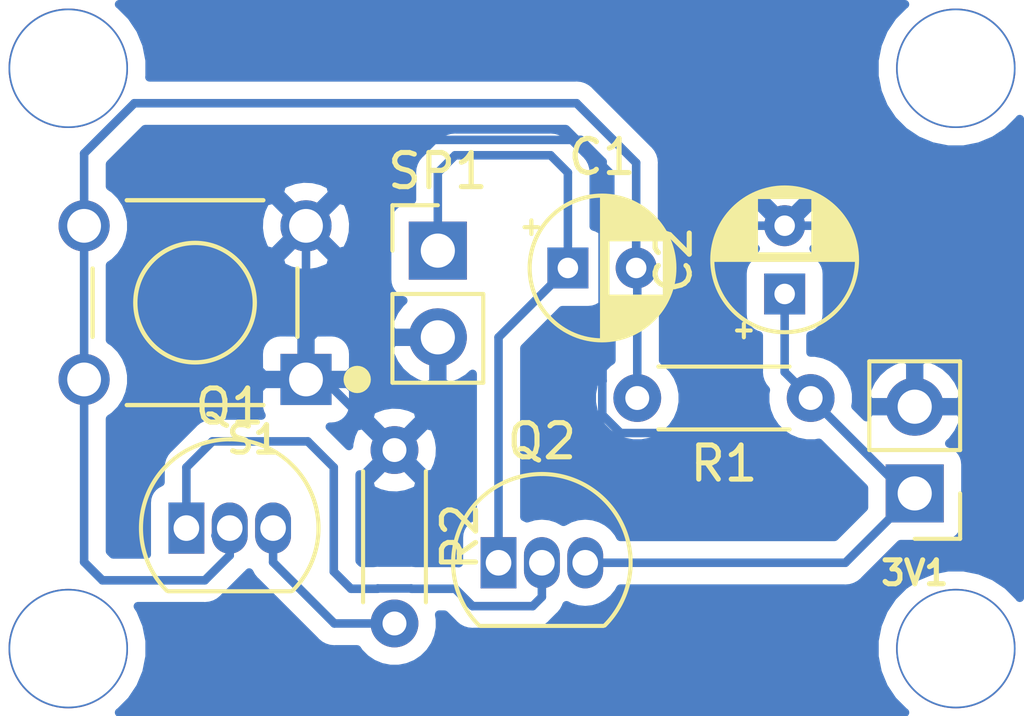
<source format=kicad_pcb>
(kicad_pcb (version 20171130) (host pcbnew "(5.1.12)-1")

  (general
    (thickness 1.6)
    (drawings 4)
    (tracks 73)
    (zones 0)
    (modules 9)
    (nets 7)
  )

  (page A4)
  (layers
    (0 F.Cu signal)
    (31 B.Cu signal)
    (32 B.Adhes user hide)
    (33 F.Adhes user hide)
    (34 B.Paste user hide)
    (35 F.Paste user hide)
    (36 B.SilkS user hide)
    (37 F.SilkS user)
    (38 B.Mask user)
    (39 F.Mask user hide)
    (40 Dwgs.User user hide)
    (41 Cmts.User user hide)
    (42 Eco1.User user hide)
    (43 Eco2.User user hide)
    (44 Edge.Cuts user hide)
    (45 Margin user hide)
    (46 B.CrtYd user hide)
    (47 F.CrtYd user hide)
    (48 B.Fab user)
    (49 F.Fab user)
  )

  (setup
    (last_trace_width 0.25)
    (trace_clearance 0.2)
    (zone_clearance 0.508)
    (zone_45_only no)
    (trace_min 0.2)
    (via_size 0.8)
    (via_drill 0.4)
    (via_min_size 0.4)
    (via_min_drill 0.3)
    (uvia_size 0.3)
    (uvia_drill 0.1)
    (uvias_allowed no)
    (uvia_min_size 0.2)
    (uvia_min_drill 0.1)
    (edge_width 0.05)
    (segment_width 0.2)
    (pcb_text_width 0.3)
    (pcb_text_size 1.5 1.5)
    (mod_edge_width 0.12)
    (mod_text_size 1 1)
    (mod_text_width 0.15)
    (pad_size 1.524 1.524)
    (pad_drill 0.762)
    (pad_to_mask_clearance 0)
    (aux_axis_origin 0 0)
    (visible_elements 7FFFFFFF)
    (pcbplotparams
      (layerselection 0x010fc_ffffffff)
      (usegerberextensions false)
      (usegerberattributes true)
      (usegerberadvancedattributes true)
      (creategerberjobfile true)
      (excludeedgelayer true)
      (linewidth 0.100000)
      (plotframeref false)
      (viasonmask false)
      (mode 1)
      (useauxorigin false)
      (hpglpennumber 1)
      (hpglpenspeed 20)
      (hpglpendiameter 15.000000)
      (psnegative false)
      (psa4output false)
      (plotreference true)
      (plotvalue true)
      (plotinvisibletext false)
      (padsonsilk false)
      (subtractmaskfromsilk false)
      (outputformat 1)
      (mirror false)
      (drillshape 0)
      (scaleselection 1)
      (outputdirectory "gerber/"))
  )

  (net 0 "")
  (net 1 Earth)
  (net 2 "Net-(3V1-Pad1)")
  (net 3 "Net-(C1-Pad2)")
  (net 4 "Net-(C1-Pad1)")
  (net 5 "Net-(Q1-Pad1)")
  (net 6 "Net-(Q1-Pad3)")

  (net_class Default "This is the default net class."
    (clearance 0.2)
    (trace_width 0.25)
    (via_dia 0.8)
    (via_drill 0.4)
    (uvia_dia 0.3)
    (uvia_drill 0.1)
    (add_net Earth)
    (add_net "Net-(3V1-Pad1)")
    (add_net "Net-(C1-Pad1)")
    (add_net "Net-(C1-Pad2)")
    (add_net "Net-(Q1-Pad1)")
    (add_net "Net-(Q1-Pad3)")
  )

  (module Connector_PinHeader_2.54mm:PinHeader_1x02_P2.54mm_Vertical (layer F.Cu) (tedit 59FED5CC) (tstamp 64DF83A8)
    (at 131.826 69.342)
    (descr "Through hole straight pin header, 1x02, 2.54mm pitch, single row")
    (tags "Through hole pin header THT 1x02 2.54mm single row")
    (path /64E02978)
    (fp_text reference SP1 (at 0 -2.33) (layer F.SilkS)
      (effects (font (size 1 1) (thickness 0.15)))
    )
    (fp_text value "100 ohm" (at 0.762 4.318) (layer F.Fab)
      (effects (font (size 1 1) (thickness 0.15)))
    )
    (fp_line (start -0.635 -1.27) (end 1.27 -1.27) (layer F.Fab) (width 0.1))
    (fp_line (start 1.27 -1.27) (end 1.27 3.81) (layer F.Fab) (width 0.1))
    (fp_line (start 1.27 3.81) (end -1.27 3.81) (layer F.Fab) (width 0.1))
    (fp_line (start -1.27 3.81) (end -1.27 -0.635) (layer F.Fab) (width 0.1))
    (fp_line (start -1.27 -0.635) (end -0.635 -1.27) (layer F.Fab) (width 0.1))
    (fp_line (start -1.33 3.87) (end 1.33 3.87) (layer F.SilkS) (width 0.12))
    (fp_line (start -1.33 1.27) (end -1.33 3.87) (layer F.SilkS) (width 0.12))
    (fp_line (start 1.33 1.27) (end 1.33 3.87) (layer F.SilkS) (width 0.12))
    (fp_line (start -1.33 1.27) (end 1.33 1.27) (layer F.SilkS) (width 0.12))
    (fp_line (start -1.33 0) (end -1.33 -1.33) (layer F.SilkS) (width 0.12))
    (fp_line (start -1.33 -1.33) (end 0 -1.33) (layer F.SilkS) (width 0.12))
    (fp_line (start -1.8 -1.8) (end -1.8 4.35) (layer F.CrtYd) (width 0.05))
    (fp_line (start -1.8 4.35) (end 1.8 4.35) (layer F.CrtYd) (width 0.05))
    (fp_line (start 1.8 4.35) (end 1.8 -1.8) (layer F.CrtYd) (width 0.05))
    (fp_line (start 1.8 -1.8) (end -1.8 -1.8) (layer F.CrtYd) (width 0.05))
    (fp_text user %R (at 0 1.27 90) (layer F.Fab)
      (effects (font (size 1 1) (thickness 0.15)))
    )
    (pad 2 thru_hole oval (at 0 2.54) (size 1.7 1.7) (drill 1) (layers *.Cu *.Mask)
      (net 1 Earth))
    (pad 1 thru_hole rect (at 0 0) (size 1.7 1.7) (drill 1) (layers *.Cu *.Mask)
      (net 4 "Net-(C1-Pad1)"))
    (model ${KISYS3DMOD}/Connector_PinHeader_2.54mm.3dshapes/PinHeader_1x02_P2.54mm_Vertical.wrl
      (at (xyz 0 0 0))
      (scale (xyz 1 1 1))
      (rotate (xyz 0 0 0))
    )
  )

  (module FSM8JH:SW_FSM8JH (layer F.Cu) (tedit 64DF0F7E) (tstamp 64DF8392)
    (at 124.714 70.866 180)
    (path /64DF1663)
    (fp_text reference S1 (at -1.71258 -4.01401) (layer F.SilkS)
      (effects (font (size 0.801197 0.801197) (thickness 0.15)))
    )
    (fp_text value FSM8JH (at 0.50808 3.9377) (layer F.Fab)
      (effects (font (size 0.800142 0.800142) (thickness 0.15)))
    )
    (fp_line (start -2.995 -2.995) (end -2.995 2.995) (layer F.Fab) (width 0.127))
    (fp_line (start -2.995 2.995) (end 2.995 2.995) (layer F.Fab) (width 0.127))
    (fp_line (start 2.995 2.995) (end 2.995 -2.995) (layer F.Fab) (width 0.127))
    (fp_line (start 2.995 -2.995) (end -2.995 -2.995) (layer F.Fab) (width 0.127))
    (fp_circle (center 0 0) (end 1.75 0) (layer F.Fab) (width 0.127))
    (fp_line (start -3 -1) (end -3 1) (layer F.SilkS) (width 0.127))
    (fp_line (start 3 -1) (end 3 1) (layer F.SilkS) (width 0.127))
    (fp_line (start -2 -3) (end 2 -3) (layer F.SilkS) (width 0.127))
    (fp_line (start -2 3) (end 2 3) (layer F.SilkS) (width 0.127))
    (fp_circle (center 0 0) (end 1.75 0) (layer F.SilkS) (width 0.127))
    (fp_line (start -4.25 -3.25) (end 4.25 -3.25) (layer F.CrtYd) (width 0.05))
    (fp_line (start 4.25 -3.25) (end 4.25 3.245) (layer F.CrtYd) (width 0.05))
    (fp_line (start 4.25 3.245) (end -4.25 3.245) (layer F.CrtYd) (width 0.05))
    (fp_line (start -4.25 3.245) (end -4.25 -3.25) (layer F.CrtYd) (width 0.05))
    (fp_circle (center -4.75 -2.25) (end -4.55 -2.25) (layer F.SilkS) (width 0.4))
    (fp_circle (center -3.25 -2.25) (end -3.05 -2.25) (layer F.Fab) (width 0.4))
    (pad 4 thru_hole circle (at 3.25 2.25 180) (size 1.498 1.498) (drill 0.99) (layers *.Cu *.Mask)
      (net 3 "Net-(C1-Pad2)"))
    (pad 2 thru_hole circle (at -3.25 2.25 180) (size 1.498 1.498) (drill 0.99) (layers *.Cu *.Mask)
      (net 1 Earth))
    (pad 3 thru_hole circle (at 3.25 -2.25 180) (size 1.498 1.498) (drill 0.99) (layers *.Cu *.Mask)
      (net 3 "Net-(C1-Pad2)"))
    (pad 1 thru_hole rect (at -3.25 -2.25 180) (size 1.498 1.498) (drill 0.99) (layers *.Cu *.Mask)
      (net 1 Earth))
  )

  (module Resistor_THT:R_Axial_DIN0204_L3.6mm_D1.6mm_P5.08mm_Horizontal (layer F.Cu) (tedit 5AE5139B) (tstamp 64DF837A)
    (at 130.556 75.184 270)
    (descr "Resistor, Axial_DIN0204 series, Axial, Horizontal, pin pitch=5.08mm, 0.167W, length*diameter=3.6*1.6mm^2, http://cdn-reichelt.de/documents/datenblatt/B400/1_4W%23YAG.pdf")
    (tags "Resistor Axial_DIN0204 series Axial Horizontal pin pitch 5.08mm 0.167W length 3.6mm diameter 1.6mm")
    (path /64DFA7A2)
    (fp_text reference R2 (at 2.54 -1.92 90) (layer F.SilkS)
      (effects (font (size 1 1) (thickness 0.15)))
    )
    (fp_text value "100 ohm" (at 2.54 1.92 90) (layer F.Fab)
      (effects (font (size 1 1) (thickness 0.15)))
    )
    (fp_line (start 0.74 -0.8) (end 0.74 0.8) (layer F.Fab) (width 0.1))
    (fp_line (start 0.74 0.8) (end 4.34 0.8) (layer F.Fab) (width 0.1))
    (fp_line (start 4.34 0.8) (end 4.34 -0.8) (layer F.Fab) (width 0.1))
    (fp_line (start 4.34 -0.8) (end 0.74 -0.8) (layer F.Fab) (width 0.1))
    (fp_line (start 0 0) (end 0.74 0) (layer F.Fab) (width 0.1))
    (fp_line (start 5.08 0) (end 4.34 0) (layer F.Fab) (width 0.1))
    (fp_line (start 0.62 -0.92) (end 4.46 -0.92) (layer F.SilkS) (width 0.12))
    (fp_line (start 0.62 0.92) (end 4.46 0.92) (layer F.SilkS) (width 0.12))
    (fp_line (start -0.95 -1.05) (end -0.95 1.05) (layer F.CrtYd) (width 0.05))
    (fp_line (start -0.95 1.05) (end 6.03 1.05) (layer F.CrtYd) (width 0.05))
    (fp_line (start 6.03 1.05) (end 6.03 -1.05) (layer F.CrtYd) (width 0.05))
    (fp_line (start 6.03 -1.05) (end -0.95 -1.05) (layer F.CrtYd) (width 0.05))
    (fp_text user %R (at 2.54 0 90) (layer F.Fab)
      (effects (font (size 0.72 0.72) (thickness 0.108)))
    )
    (pad 2 thru_hole oval (at 5.08 0 270) (size 1.4 1.4) (drill 0.7) (layers *.Cu *.Mask)
      (net 6 "Net-(Q1-Pad3)"))
    (pad 1 thru_hole circle (at 0 0 270) (size 1.4 1.4) (drill 0.7) (layers *.Cu *.Mask)
      (net 1 Earth))
    (model ${KISYS3DMOD}/Resistor_THT.3dshapes/R_Axial_DIN0204_L3.6mm_D1.6mm_P5.08mm_Horizontal.wrl
      (at (xyz 0 0 0))
      (scale (xyz 1 1 1))
      (rotate (xyz 0 0 0))
    )
  )

  (module Resistor_THT:R_Axial_DIN0204_L3.6mm_D1.6mm_P5.08mm_Horizontal (layer F.Cu) (tedit 5AE5139B) (tstamp 64DF8367)
    (at 142.748 73.66 180)
    (descr "Resistor, Axial_DIN0204 series, Axial, Horizontal, pin pitch=5.08mm, 0.167W, length*diameter=3.6*1.6mm^2, http://cdn-reichelt.de/documents/datenblatt/B400/1_4W%23YAG.pdf")
    (tags "Resistor Axial_DIN0204 series Axial Horizontal pin pitch 5.08mm 0.167W length 3.6mm diameter 1.6mm")
    (path /64DFC396)
    (fp_text reference R1 (at 2.54 -1.92) (layer F.SilkS)
      (effects (font (size 1 1) (thickness 0.15)))
    )
    (fp_text value 330k (at 2.54 1.92) (layer F.Fab)
      (effects (font (size 1 1) (thickness 0.15)))
    )
    (fp_line (start 0.74 -0.8) (end 0.74 0.8) (layer F.Fab) (width 0.1))
    (fp_line (start 0.74 0.8) (end 4.34 0.8) (layer F.Fab) (width 0.1))
    (fp_line (start 4.34 0.8) (end 4.34 -0.8) (layer F.Fab) (width 0.1))
    (fp_line (start 4.34 -0.8) (end 0.74 -0.8) (layer F.Fab) (width 0.1))
    (fp_line (start 0 0) (end 0.74 0) (layer F.Fab) (width 0.1))
    (fp_line (start 5.08 0) (end 4.34 0) (layer F.Fab) (width 0.1))
    (fp_line (start 0.62 -0.92) (end 4.46 -0.92) (layer F.SilkS) (width 0.12))
    (fp_line (start 0.62 0.92) (end 4.46 0.92) (layer F.SilkS) (width 0.12))
    (fp_line (start -0.95 -1.05) (end -0.95 1.05) (layer F.CrtYd) (width 0.05))
    (fp_line (start -0.95 1.05) (end 6.03 1.05) (layer F.CrtYd) (width 0.05))
    (fp_line (start 6.03 1.05) (end 6.03 -1.05) (layer F.CrtYd) (width 0.05))
    (fp_line (start 6.03 -1.05) (end -0.95 -1.05) (layer F.CrtYd) (width 0.05))
    (fp_text user %R (at 2.54 0) (layer F.Fab)
      (effects (font (size 0.72 0.72) (thickness 0.108)))
    )
    (pad 2 thru_hole oval (at 5.08 0 180) (size 1.4 1.4) (drill 0.7) (layers *.Cu *.Mask)
      (net 3 "Net-(C1-Pad2)"))
    (pad 1 thru_hole circle (at 0 0 180) (size 1.4 1.4) (drill 0.7) (layers *.Cu *.Mask)
      (net 2 "Net-(3V1-Pad1)"))
    (model ${KISYS3DMOD}/Resistor_THT.3dshapes/R_Axial_DIN0204_L3.6mm_D1.6mm_P5.08mm_Horizontal.wrl
      (at (xyz 0 0 0))
      (scale (xyz 1 1 1))
      (rotate (xyz 0 0 0))
    )
  )

  (module Package_TO_SOT_THT:TO-92_Inline (layer F.Cu) (tedit 5A1DD157) (tstamp 64DF8354)
    (at 133.604 78.486)
    (descr "TO-92 leads in-line, narrow, oval pads, drill 0.75mm (see NXP sot054_po.pdf)")
    (tags "to-92 sc-43 sc-43a sot54 PA33 transistor")
    (path /64DFD1CD)
    (fp_text reference Q2 (at 1.27 -3.56) (layer F.SilkS)
      (effects (font (size 1 1) (thickness 0.15)))
    )
    (fp_text value BC327 (at 1.27 2.79) (layer F.Fab)
      (effects (font (size 1 1) (thickness 0.15)))
    )
    (fp_line (start -0.53 1.85) (end 3.07 1.85) (layer F.SilkS) (width 0.12))
    (fp_line (start -0.5 1.75) (end 3 1.75) (layer F.Fab) (width 0.1))
    (fp_line (start -1.46 -2.73) (end 4 -2.73) (layer F.CrtYd) (width 0.05))
    (fp_line (start -1.46 -2.73) (end -1.46 2.01) (layer F.CrtYd) (width 0.05))
    (fp_line (start 4 2.01) (end 4 -2.73) (layer F.CrtYd) (width 0.05))
    (fp_line (start 4 2.01) (end -1.46 2.01) (layer F.CrtYd) (width 0.05))
    (fp_arc (start 1.27 0) (end 1.27 -2.6) (angle 135) (layer F.SilkS) (width 0.12))
    (fp_arc (start 1.27 0) (end 1.27 -2.48) (angle -135) (layer F.Fab) (width 0.1))
    (fp_arc (start 1.27 0) (end 1.27 -2.6) (angle -135) (layer F.SilkS) (width 0.12))
    (fp_arc (start 1.27 0) (end 1.27 -2.48) (angle 135) (layer F.Fab) (width 0.1))
    (fp_text user %R (at 1.27 0) (layer F.Fab)
      (effects (font (size 1 1) (thickness 0.15)))
    )
    (pad 1 thru_hole rect (at 0 0) (size 1.05 1.5) (drill 0.75) (layers *.Cu *.Mask)
      (net 4 "Net-(C1-Pad1)"))
    (pad 3 thru_hole oval (at 2.54 0) (size 1.05 1.5) (drill 0.75) (layers *.Cu *.Mask)
      (net 2 "Net-(3V1-Pad1)"))
    (pad 2 thru_hole oval (at 1.27 0) (size 1.05 1.5) (drill 0.75) (layers *.Cu *.Mask)
      (net 5 "Net-(Q1-Pad1)"))
    (model ${KISYS3DMOD}/Package_TO_SOT_THT.3dshapes/TO-92_Inline.wrl
      (at (xyz 0 0 0))
      (scale (xyz 1 1 1))
      (rotate (xyz 0 0 0))
    )
  )

  (module Package_TO_SOT_THT:TO-92_Inline (layer F.Cu) (tedit 5A1DD157) (tstamp 64DF8342)
    (at 124.46 77.47)
    (descr "TO-92 leads in-line, narrow, oval pads, drill 0.75mm (see NXP sot054_po.pdf)")
    (tags "to-92 sc-43 sc-43a sot54 PA33 transistor")
    (path /64DF2A88)
    (fp_text reference Q1 (at 1.27 -3.56) (layer F.SilkS)
      (effects (font (size 1 1) (thickness 0.15)))
    )
    (fp_text value BC547 (at 1.27 2.79) (layer F.Fab)
      (effects (font (size 1 1) (thickness 0.15)))
    )
    (fp_line (start -0.53 1.85) (end 3.07 1.85) (layer F.SilkS) (width 0.12))
    (fp_line (start -0.5 1.75) (end 3 1.75) (layer F.Fab) (width 0.1))
    (fp_line (start -1.46 -2.73) (end 4 -2.73) (layer F.CrtYd) (width 0.05))
    (fp_line (start -1.46 -2.73) (end -1.46 2.01) (layer F.CrtYd) (width 0.05))
    (fp_line (start 4 2.01) (end 4 -2.73) (layer F.CrtYd) (width 0.05))
    (fp_line (start 4 2.01) (end -1.46 2.01) (layer F.CrtYd) (width 0.05))
    (fp_arc (start 1.27 0) (end 1.27 -2.6) (angle 135) (layer F.SilkS) (width 0.12))
    (fp_arc (start 1.27 0) (end 1.27 -2.48) (angle -135) (layer F.Fab) (width 0.1))
    (fp_arc (start 1.27 0) (end 1.27 -2.6) (angle -135) (layer F.SilkS) (width 0.12))
    (fp_arc (start 1.27 0) (end 1.27 -2.48) (angle 135) (layer F.Fab) (width 0.1))
    (fp_text user %R (at 1.27 0) (layer F.Fab)
      (effects (font (size 1 1) (thickness 0.15)))
    )
    (pad 1 thru_hole rect (at 0 0) (size 1.05 1.5) (drill 0.75) (layers *.Cu *.Mask)
      (net 5 "Net-(Q1-Pad1)"))
    (pad 3 thru_hole oval (at 2.54 0) (size 1.05 1.5) (drill 0.75) (layers *.Cu *.Mask)
      (net 6 "Net-(Q1-Pad3)"))
    (pad 2 thru_hole oval (at 1.27 0) (size 1.05 1.5) (drill 0.75) (layers *.Cu *.Mask)
      (net 3 "Net-(C1-Pad2)"))
    (model ${KISYS3DMOD}/Package_TO_SOT_THT.3dshapes/TO-92_Inline.wrl
      (at (xyz 0 0 0))
      (scale (xyz 1 1 1))
      (rotate (xyz 0 0 0))
    )
  )

  (module Capacitor_THT:CP_Radial_D4.0mm_P2.00mm (layer F.Cu) (tedit 5AE50EF0) (tstamp 64DF8330)
    (at 141.986 70.612 90)
    (descr "CP, Radial series, Radial, pin pitch=2.00mm, , diameter=4mm, Electrolytic Capacitor")
    (tags "CP Radial series Radial pin pitch 2.00mm  diameter 4mm Electrolytic Capacitor")
    (path /64DF8966)
    (fp_text reference C2 (at 1 -3.25 90) (layer F.SilkS)
      (effects (font (size 1 1) (thickness 0.15)))
    )
    (fp_text value 100uf (at 4.064 0.254 180) (layer F.Fab)
      (effects (font (size 1 1) (thickness 0.15)))
    )
    (fp_circle (center 1 0) (end 3 0) (layer F.Fab) (width 0.1))
    (fp_circle (center 1 0) (end 3.12 0) (layer F.SilkS) (width 0.12))
    (fp_circle (center 1 0) (end 3.25 0) (layer F.CrtYd) (width 0.05))
    (fp_line (start -0.702554 -0.8675) (end -0.302554 -0.8675) (layer F.Fab) (width 0.1))
    (fp_line (start -0.502554 -1.0675) (end -0.502554 -0.6675) (layer F.Fab) (width 0.1))
    (fp_line (start 1 -2.08) (end 1 2.08) (layer F.SilkS) (width 0.12))
    (fp_line (start 1.04 -2.08) (end 1.04 2.08) (layer F.SilkS) (width 0.12))
    (fp_line (start 1.08 -2.079) (end 1.08 2.079) (layer F.SilkS) (width 0.12))
    (fp_line (start 1.12 -2.077) (end 1.12 2.077) (layer F.SilkS) (width 0.12))
    (fp_line (start 1.16 -2.074) (end 1.16 2.074) (layer F.SilkS) (width 0.12))
    (fp_line (start 1.2 -2.071) (end 1.2 -0.84) (layer F.SilkS) (width 0.12))
    (fp_line (start 1.2 0.84) (end 1.2 2.071) (layer F.SilkS) (width 0.12))
    (fp_line (start 1.24 -2.067) (end 1.24 -0.84) (layer F.SilkS) (width 0.12))
    (fp_line (start 1.24 0.84) (end 1.24 2.067) (layer F.SilkS) (width 0.12))
    (fp_line (start 1.28 -2.062) (end 1.28 -0.84) (layer F.SilkS) (width 0.12))
    (fp_line (start 1.28 0.84) (end 1.28 2.062) (layer F.SilkS) (width 0.12))
    (fp_line (start 1.32 -2.056) (end 1.32 -0.84) (layer F.SilkS) (width 0.12))
    (fp_line (start 1.32 0.84) (end 1.32 2.056) (layer F.SilkS) (width 0.12))
    (fp_line (start 1.36 -2.05) (end 1.36 -0.84) (layer F.SilkS) (width 0.12))
    (fp_line (start 1.36 0.84) (end 1.36 2.05) (layer F.SilkS) (width 0.12))
    (fp_line (start 1.4 -2.042) (end 1.4 -0.84) (layer F.SilkS) (width 0.12))
    (fp_line (start 1.4 0.84) (end 1.4 2.042) (layer F.SilkS) (width 0.12))
    (fp_line (start 1.44 -2.034) (end 1.44 -0.84) (layer F.SilkS) (width 0.12))
    (fp_line (start 1.44 0.84) (end 1.44 2.034) (layer F.SilkS) (width 0.12))
    (fp_line (start 1.48 -2.025) (end 1.48 -0.84) (layer F.SilkS) (width 0.12))
    (fp_line (start 1.48 0.84) (end 1.48 2.025) (layer F.SilkS) (width 0.12))
    (fp_line (start 1.52 -2.016) (end 1.52 -0.84) (layer F.SilkS) (width 0.12))
    (fp_line (start 1.52 0.84) (end 1.52 2.016) (layer F.SilkS) (width 0.12))
    (fp_line (start 1.56 -2.005) (end 1.56 -0.84) (layer F.SilkS) (width 0.12))
    (fp_line (start 1.56 0.84) (end 1.56 2.005) (layer F.SilkS) (width 0.12))
    (fp_line (start 1.6 -1.994) (end 1.6 -0.84) (layer F.SilkS) (width 0.12))
    (fp_line (start 1.6 0.84) (end 1.6 1.994) (layer F.SilkS) (width 0.12))
    (fp_line (start 1.64 -1.982) (end 1.64 -0.84) (layer F.SilkS) (width 0.12))
    (fp_line (start 1.64 0.84) (end 1.64 1.982) (layer F.SilkS) (width 0.12))
    (fp_line (start 1.68 -1.968) (end 1.68 -0.84) (layer F.SilkS) (width 0.12))
    (fp_line (start 1.68 0.84) (end 1.68 1.968) (layer F.SilkS) (width 0.12))
    (fp_line (start 1.721 -1.954) (end 1.721 -0.84) (layer F.SilkS) (width 0.12))
    (fp_line (start 1.721 0.84) (end 1.721 1.954) (layer F.SilkS) (width 0.12))
    (fp_line (start 1.761 -1.94) (end 1.761 -0.84) (layer F.SilkS) (width 0.12))
    (fp_line (start 1.761 0.84) (end 1.761 1.94) (layer F.SilkS) (width 0.12))
    (fp_line (start 1.801 -1.924) (end 1.801 -0.84) (layer F.SilkS) (width 0.12))
    (fp_line (start 1.801 0.84) (end 1.801 1.924) (layer F.SilkS) (width 0.12))
    (fp_line (start 1.841 -1.907) (end 1.841 -0.84) (layer F.SilkS) (width 0.12))
    (fp_line (start 1.841 0.84) (end 1.841 1.907) (layer F.SilkS) (width 0.12))
    (fp_line (start 1.881 -1.889) (end 1.881 -0.84) (layer F.SilkS) (width 0.12))
    (fp_line (start 1.881 0.84) (end 1.881 1.889) (layer F.SilkS) (width 0.12))
    (fp_line (start 1.921 -1.87) (end 1.921 -0.84) (layer F.SilkS) (width 0.12))
    (fp_line (start 1.921 0.84) (end 1.921 1.87) (layer F.SilkS) (width 0.12))
    (fp_line (start 1.961 -1.851) (end 1.961 -0.84) (layer F.SilkS) (width 0.12))
    (fp_line (start 1.961 0.84) (end 1.961 1.851) (layer F.SilkS) (width 0.12))
    (fp_line (start 2.001 -1.83) (end 2.001 -0.84) (layer F.SilkS) (width 0.12))
    (fp_line (start 2.001 0.84) (end 2.001 1.83) (layer F.SilkS) (width 0.12))
    (fp_line (start 2.041 -1.808) (end 2.041 -0.84) (layer F.SilkS) (width 0.12))
    (fp_line (start 2.041 0.84) (end 2.041 1.808) (layer F.SilkS) (width 0.12))
    (fp_line (start 2.081 -1.785) (end 2.081 -0.84) (layer F.SilkS) (width 0.12))
    (fp_line (start 2.081 0.84) (end 2.081 1.785) (layer F.SilkS) (width 0.12))
    (fp_line (start 2.121 -1.76) (end 2.121 -0.84) (layer F.SilkS) (width 0.12))
    (fp_line (start 2.121 0.84) (end 2.121 1.76) (layer F.SilkS) (width 0.12))
    (fp_line (start 2.161 -1.735) (end 2.161 -0.84) (layer F.SilkS) (width 0.12))
    (fp_line (start 2.161 0.84) (end 2.161 1.735) (layer F.SilkS) (width 0.12))
    (fp_line (start 2.201 -1.708) (end 2.201 -0.84) (layer F.SilkS) (width 0.12))
    (fp_line (start 2.201 0.84) (end 2.201 1.708) (layer F.SilkS) (width 0.12))
    (fp_line (start 2.241 -1.68) (end 2.241 -0.84) (layer F.SilkS) (width 0.12))
    (fp_line (start 2.241 0.84) (end 2.241 1.68) (layer F.SilkS) (width 0.12))
    (fp_line (start 2.281 -1.65) (end 2.281 -0.84) (layer F.SilkS) (width 0.12))
    (fp_line (start 2.281 0.84) (end 2.281 1.65) (layer F.SilkS) (width 0.12))
    (fp_line (start 2.321 -1.619) (end 2.321 -0.84) (layer F.SilkS) (width 0.12))
    (fp_line (start 2.321 0.84) (end 2.321 1.619) (layer F.SilkS) (width 0.12))
    (fp_line (start 2.361 -1.587) (end 2.361 -0.84) (layer F.SilkS) (width 0.12))
    (fp_line (start 2.361 0.84) (end 2.361 1.587) (layer F.SilkS) (width 0.12))
    (fp_line (start 2.401 -1.552) (end 2.401 -0.84) (layer F.SilkS) (width 0.12))
    (fp_line (start 2.401 0.84) (end 2.401 1.552) (layer F.SilkS) (width 0.12))
    (fp_line (start 2.441 -1.516) (end 2.441 -0.84) (layer F.SilkS) (width 0.12))
    (fp_line (start 2.441 0.84) (end 2.441 1.516) (layer F.SilkS) (width 0.12))
    (fp_line (start 2.481 -1.478) (end 2.481 -0.84) (layer F.SilkS) (width 0.12))
    (fp_line (start 2.481 0.84) (end 2.481 1.478) (layer F.SilkS) (width 0.12))
    (fp_line (start 2.521 -1.438) (end 2.521 -0.84) (layer F.SilkS) (width 0.12))
    (fp_line (start 2.521 0.84) (end 2.521 1.438) (layer F.SilkS) (width 0.12))
    (fp_line (start 2.561 -1.396) (end 2.561 -0.84) (layer F.SilkS) (width 0.12))
    (fp_line (start 2.561 0.84) (end 2.561 1.396) (layer F.SilkS) (width 0.12))
    (fp_line (start 2.601 -1.351) (end 2.601 -0.84) (layer F.SilkS) (width 0.12))
    (fp_line (start 2.601 0.84) (end 2.601 1.351) (layer F.SilkS) (width 0.12))
    (fp_line (start 2.641 -1.304) (end 2.641 -0.84) (layer F.SilkS) (width 0.12))
    (fp_line (start 2.641 0.84) (end 2.641 1.304) (layer F.SilkS) (width 0.12))
    (fp_line (start 2.681 -1.254) (end 2.681 -0.84) (layer F.SilkS) (width 0.12))
    (fp_line (start 2.681 0.84) (end 2.681 1.254) (layer F.SilkS) (width 0.12))
    (fp_line (start 2.721 -1.2) (end 2.721 -0.84) (layer F.SilkS) (width 0.12))
    (fp_line (start 2.721 0.84) (end 2.721 1.2) (layer F.SilkS) (width 0.12))
    (fp_line (start 2.761 -1.142) (end 2.761 -0.84) (layer F.SilkS) (width 0.12))
    (fp_line (start 2.761 0.84) (end 2.761 1.142) (layer F.SilkS) (width 0.12))
    (fp_line (start 2.801 -1.08) (end 2.801 -0.84) (layer F.SilkS) (width 0.12))
    (fp_line (start 2.801 0.84) (end 2.801 1.08) (layer F.SilkS) (width 0.12))
    (fp_line (start 2.841 -1.013) (end 2.841 1.013) (layer F.SilkS) (width 0.12))
    (fp_line (start 2.881 -0.94) (end 2.881 0.94) (layer F.SilkS) (width 0.12))
    (fp_line (start 2.921 -0.859) (end 2.921 0.859) (layer F.SilkS) (width 0.12))
    (fp_line (start 2.961 -0.768) (end 2.961 0.768) (layer F.SilkS) (width 0.12))
    (fp_line (start 3.001 -0.664) (end 3.001 0.664) (layer F.SilkS) (width 0.12))
    (fp_line (start 3.041 -0.537) (end 3.041 0.537) (layer F.SilkS) (width 0.12))
    (fp_line (start 3.081 -0.37) (end 3.081 0.37) (layer F.SilkS) (width 0.12))
    (fp_line (start -1.269801 -1.195) (end -0.869801 -1.195) (layer F.SilkS) (width 0.12))
    (fp_line (start -1.069801 -1.395) (end -1.069801 -0.995) (layer F.SilkS) (width 0.12))
    (fp_text user %R (at 1 0 90) (layer F.Fab)
      (effects (font (size 0.8 0.8) (thickness 0.12)))
    )
    (pad 2 thru_hole circle (at 2 0 90) (size 1.2 1.2) (drill 0.6) (layers *.Cu *.Mask)
      (net 1 Earth))
    (pad 1 thru_hole rect (at 0 0 90) (size 1.2 1.2) (drill 0.6) (layers *.Cu *.Mask)
      (net 2 "Net-(3V1-Pad1)"))
    (model ${KISYS3DMOD}/Capacitor_THT.3dshapes/CP_Radial_D4.0mm_P2.00mm.wrl
      (at (xyz 0 0 0))
      (scale (xyz 1 1 1))
      (rotate (xyz 0 0 0))
    )
  )

  (module Capacitor_THT:CP_Radial_D4.0mm_P2.00mm (layer F.Cu) (tedit 5AE50EF0) (tstamp 64DF82C4)
    (at 135.636 69.85)
    (descr "CP, Radial series, Radial, pin pitch=2.00mm, , diameter=4mm, Electrolytic Capacitor")
    (tags "CP Radial series Radial pin pitch 2.00mm  diameter 4mm Electrolytic Capacitor")
    (path /64DF7759)
    (fp_text reference C1 (at 1 -3.25) (layer F.SilkS)
      (effects (font (size 1 1) (thickness 0.15)))
    )
    (fp_text value 0.01uf (at 1 3.25) (layer F.Fab)
      (effects (font (size 1 1) (thickness 0.15)))
    )
    (fp_circle (center 1 0) (end 3 0) (layer F.Fab) (width 0.1))
    (fp_circle (center 1 0) (end 3.12 0) (layer F.SilkS) (width 0.12))
    (fp_circle (center 1 0) (end 3.25 0) (layer F.CrtYd) (width 0.05))
    (fp_line (start -0.702554 -0.8675) (end -0.302554 -0.8675) (layer F.Fab) (width 0.1))
    (fp_line (start -0.502554 -1.0675) (end -0.502554 -0.6675) (layer F.Fab) (width 0.1))
    (fp_line (start 1 -2.08) (end 1 2.08) (layer F.SilkS) (width 0.12))
    (fp_line (start 1.04 -2.08) (end 1.04 2.08) (layer F.SilkS) (width 0.12))
    (fp_line (start 1.08 -2.079) (end 1.08 2.079) (layer F.SilkS) (width 0.12))
    (fp_line (start 1.12 -2.077) (end 1.12 2.077) (layer F.SilkS) (width 0.12))
    (fp_line (start 1.16 -2.074) (end 1.16 2.074) (layer F.SilkS) (width 0.12))
    (fp_line (start 1.2 -2.071) (end 1.2 -0.84) (layer F.SilkS) (width 0.12))
    (fp_line (start 1.2 0.84) (end 1.2 2.071) (layer F.SilkS) (width 0.12))
    (fp_line (start 1.24 -2.067) (end 1.24 -0.84) (layer F.SilkS) (width 0.12))
    (fp_line (start 1.24 0.84) (end 1.24 2.067) (layer F.SilkS) (width 0.12))
    (fp_line (start 1.28 -2.062) (end 1.28 -0.84) (layer F.SilkS) (width 0.12))
    (fp_line (start 1.28 0.84) (end 1.28 2.062) (layer F.SilkS) (width 0.12))
    (fp_line (start 1.32 -2.056) (end 1.32 -0.84) (layer F.SilkS) (width 0.12))
    (fp_line (start 1.32 0.84) (end 1.32 2.056) (layer F.SilkS) (width 0.12))
    (fp_line (start 1.36 -2.05) (end 1.36 -0.84) (layer F.SilkS) (width 0.12))
    (fp_line (start 1.36 0.84) (end 1.36 2.05) (layer F.SilkS) (width 0.12))
    (fp_line (start 1.4 -2.042) (end 1.4 -0.84) (layer F.SilkS) (width 0.12))
    (fp_line (start 1.4 0.84) (end 1.4 2.042) (layer F.SilkS) (width 0.12))
    (fp_line (start 1.44 -2.034) (end 1.44 -0.84) (layer F.SilkS) (width 0.12))
    (fp_line (start 1.44 0.84) (end 1.44 2.034) (layer F.SilkS) (width 0.12))
    (fp_line (start 1.48 -2.025) (end 1.48 -0.84) (layer F.SilkS) (width 0.12))
    (fp_line (start 1.48 0.84) (end 1.48 2.025) (layer F.SilkS) (width 0.12))
    (fp_line (start 1.52 -2.016) (end 1.52 -0.84) (layer F.SilkS) (width 0.12))
    (fp_line (start 1.52 0.84) (end 1.52 2.016) (layer F.SilkS) (width 0.12))
    (fp_line (start 1.56 -2.005) (end 1.56 -0.84) (layer F.SilkS) (width 0.12))
    (fp_line (start 1.56 0.84) (end 1.56 2.005) (layer F.SilkS) (width 0.12))
    (fp_line (start 1.6 -1.994) (end 1.6 -0.84) (layer F.SilkS) (width 0.12))
    (fp_line (start 1.6 0.84) (end 1.6 1.994) (layer F.SilkS) (width 0.12))
    (fp_line (start 1.64 -1.982) (end 1.64 -0.84) (layer F.SilkS) (width 0.12))
    (fp_line (start 1.64 0.84) (end 1.64 1.982) (layer F.SilkS) (width 0.12))
    (fp_line (start 1.68 -1.968) (end 1.68 -0.84) (layer F.SilkS) (width 0.12))
    (fp_line (start 1.68 0.84) (end 1.68 1.968) (layer F.SilkS) (width 0.12))
    (fp_line (start 1.721 -1.954) (end 1.721 -0.84) (layer F.SilkS) (width 0.12))
    (fp_line (start 1.721 0.84) (end 1.721 1.954) (layer F.SilkS) (width 0.12))
    (fp_line (start 1.761 -1.94) (end 1.761 -0.84) (layer F.SilkS) (width 0.12))
    (fp_line (start 1.761 0.84) (end 1.761 1.94) (layer F.SilkS) (width 0.12))
    (fp_line (start 1.801 -1.924) (end 1.801 -0.84) (layer F.SilkS) (width 0.12))
    (fp_line (start 1.801 0.84) (end 1.801 1.924) (layer F.SilkS) (width 0.12))
    (fp_line (start 1.841 -1.907) (end 1.841 -0.84) (layer F.SilkS) (width 0.12))
    (fp_line (start 1.841 0.84) (end 1.841 1.907) (layer F.SilkS) (width 0.12))
    (fp_line (start 1.881 -1.889) (end 1.881 -0.84) (layer F.SilkS) (width 0.12))
    (fp_line (start 1.881 0.84) (end 1.881 1.889) (layer F.SilkS) (width 0.12))
    (fp_line (start 1.921 -1.87) (end 1.921 -0.84) (layer F.SilkS) (width 0.12))
    (fp_line (start 1.921 0.84) (end 1.921 1.87) (layer F.SilkS) (width 0.12))
    (fp_line (start 1.961 -1.851) (end 1.961 -0.84) (layer F.SilkS) (width 0.12))
    (fp_line (start 1.961 0.84) (end 1.961 1.851) (layer F.SilkS) (width 0.12))
    (fp_line (start 2.001 -1.83) (end 2.001 -0.84) (layer F.SilkS) (width 0.12))
    (fp_line (start 2.001 0.84) (end 2.001 1.83) (layer F.SilkS) (width 0.12))
    (fp_line (start 2.041 -1.808) (end 2.041 -0.84) (layer F.SilkS) (width 0.12))
    (fp_line (start 2.041 0.84) (end 2.041 1.808) (layer F.SilkS) (width 0.12))
    (fp_line (start 2.081 -1.785) (end 2.081 -0.84) (layer F.SilkS) (width 0.12))
    (fp_line (start 2.081 0.84) (end 2.081 1.785) (layer F.SilkS) (width 0.12))
    (fp_line (start 2.121 -1.76) (end 2.121 -0.84) (layer F.SilkS) (width 0.12))
    (fp_line (start 2.121 0.84) (end 2.121 1.76) (layer F.SilkS) (width 0.12))
    (fp_line (start 2.161 -1.735) (end 2.161 -0.84) (layer F.SilkS) (width 0.12))
    (fp_line (start 2.161 0.84) (end 2.161 1.735) (layer F.SilkS) (width 0.12))
    (fp_line (start 2.201 -1.708) (end 2.201 -0.84) (layer F.SilkS) (width 0.12))
    (fp_line (start 2.201 0.84) (end 2.201 1.708) (layer F.SilkS) (width 0.12))
    (fp_line (start 2.241 -1.68) (end 2.241 -0.84) (layer F.SilkS) (width 0.12))
    (fp_line (start 2.241 0.84) (end 2.241 1.68) (layer F.SilkS) (width 0.12))
    (fp_line (start 2.281 -1.65) (end 2.281 -0.84) (layer F.SilkS) (width 0.12))
    (fp_line (start 2.281 0.84) (end 2.281 1.65) (layer F.SilkS) (width 0.12))
    (fp_line (start 2.321 -1.619) (end 2.321 -0.84) (layer F.SilkS) (width 0.12))
    (fp_line (start 2.321 0.84) (end 2.321 1.619) (layer F.SilkS) (width 0.12))
    (fp_line (start 2.361 -1.587) (end 2.361 -0.84) (layer F.SilkS) (width 0.12))
    (fp_line (start 2.361 0.84) (end 2.361 1.587) (layer F.SilkS) (width 0.12))
    (fp_line (start 2.401 -1.552) (end 2.401 -0.84) (layer F.SilkS) (width 0.12))
    (fp_line (start 2.401 0.84) (end 2.401 1.552) (layer F.SilkS) (width 0.12))
    (fp_line (start 2.441 -1.516) (end 2.441 -0.84) (layer F.SilkS) (width 0.12))
    (fp_line (start 2.441 0.84) (end 2.441 1.516) (layer F.SilkS) (width 0.12))
    (fp_line (start 2.481 -1.478) (end 2.481 -0.84) (layer F.SilkS) (width 0.12))
    (fp_line (start 2.481 0.84) (end 2.481 1.478) (layer F.SilkS) (width 0.12))
    (fp_line (start 2.521 -1.438) (end 2.521 -0.84) (layer F.SilkS) (width 0.12))
    (fp_line (start 2.521 0.84) (end 2.521 1.438) (layer F.SilkS) (width 0.12))
    (fp_line (start 2.561 -1.396) (end 2.561 -0.84) (layer F.SilkS) (width 0.12))
    (fp_line (start 2.561 0.84) (end 2.561 1.396) (layer F.SilkS) (width 0.12))
    (fp_line (start 2.601 -1.351) (end 2.601 -0.84) (layer F.SilkS) (width 0.12))
    (fp_line (start 2.601 0.84) (end 2.601 1.351) (layer F.SilkS) (width 0.12))
    (fp_line (start 2.641 -1.304) (end 2.641 -0.84) (layer F.SilkS) (width 0.12))
    (fp_line (start 2.641 0.84) (end 2.641 1.304) (layer F.SilkS) (width 0.12))
    (fp_line (start 2.681 -1.254) (end 2.681 -0.84) (layer F.SilkS) (width 0.12))
    (fp_line (start 2.681 0.84) (end 2.681 1.254) (layer F.SilkS) (width 0.12))
    (fp_line (start 2.721 -1.2) (end 2.721 -0.84) (layer F.SilkS) (width 0.12))
    (fp_line (start 2.721 0.84) (end 2.721 1.2) (layer F.SilkS) (width 0.12))
    (fp_line (start 2.761 -1.142) (end 2.761 -0.84) (layer F.SilkS) (width 0.12))
    (fp_line (start 2.761 0.84) (end 2.761 1.142) (layer F.SilkS) (width 0.12))
    (fp_line (start 2.801 -1.08) (end 2.801 -0.84) (layer F.SilkS) (width 0.12))
    (fp_line (start 2.801 0.84) (end 2.801 1.08) (layer F.SilkS) (width 0.12))
    (fp_line (start 2.841 -1.013) (end 2.841 1.013) (layer F.SilkS) (width 0.12))
    (fp_line (start 2.881 -0.94) (end 2.881 0.94) (layer F.SilkS) (width 0.12))
    (fp_line (start 2.921 -0.859) (end 2.921 0.859) (layer F.SilkS) (width 0.12))
    (fp_line (start 2.961 -0.768) (end 2.961 0.768) (layer F.SilkS) (width 0.12))
    (fp_line (start 3.001 -0.664) (end 3.001 0.664) (layer F.SilkS) (width 0.12))
    (fp_line (start 3.041 -0.537) (end 3.041 0.537) (layer F.SilkS) (width 0.12))
    (fp_line (start 3.081 -0.37) (end 3.081 0.37) (layer F.SilkS) (width 0.12))
    (fp_line (start -1.269801 -1.195) (end -0.869801 -1.195) (layer F.SilkS) (width 0.12))
    (fp_line (start -1.069801 -1.395) (end -1.069801 -0.995) (layer F.SilkS) (width 0.12))
    (fp_text user %R (at 1 0) (layer F.Fab)
      (effects (font (size 0.8 0.8) (thickness 0.12)))
    )
    (pad 2 thru_hole circle (at 2 0) (size 1.2 1.2) (drill 0.6) (layers *.Cu *.Mask)
      (net 3 "Net-(C1-Pad2)"))
    (pad 1 thru_hole rect (at 0 0) (size 1.2 1.2) (drill 0.6) (layers *.Cu *.Mask)
      (net 4 "Net-(C1-Pad1)"))
    (model ${KISYS3DMOD}/Capacitor_THT.3dshapes/CP_Radial_D4.0mm_P2.00mm.wrl
      (at (xyz 0 0 0))
      (scale (xyz 1 1 1))
      (rotate (xyz 0 0 0))
    )
  )

  (module Connector_PinHeader_2.54mm:PinHeader_1x02_P2.54mm_Vertical (layer F.Cu) (tedit 59FED5CC) (tstamp 64DF8258)
    (at 145.796 76.454 180)
    (descr "Through hole straight pin header, 1x02, 2.54mm pitch, single row")
    (tags "Through hole pin header THT 1x02 2.54mm single row")
    (path /64DF971D)
    (fp_text reference 3V1 (at 0 -2.33) (layer F.SilkS)
      (effects (font (size 0.7 0.7) (thickness 0.15)))
    )
    (fp_text value Battery (at 0 4.87) (layer F.Fab)
      (effects (font (size 1 1) (thickness 0.15)))
    )
    (fp_line (start -0.635 -1.27) (end 1.27 -1.27) (layer F.Fab) (width 0.1))
    (fp_line (start 1.27 -1.27) (end 1.27 3.81) (layer F.Fab) (width 0.1))
    (fp_line (start 1.27 3.81) (end -1.27 3.81) (layer F.Fab) (width 0.1))
    (fp_line (start -1.27 3.81) (end -1.27 -0.635) (layer F.Fab) (width 0.1))
    (fp_line (start -1.27 -0.635) (end -0.635 -1.27) (layer F.Fab) (width 0.1))
    (fp_line (start -1.33 3.87) (end 1.33 3.87) (layer F.SilkS) (width 0.12))
    (fp_line (start -1.33 1.27) (end -1.33 3.87) (layer F.SilkS) (width 0.12))
    (fp_line (start 1.33 1.27) (end 1.33 3.87) (layer F.SilkS) (width 0.12))
    (fp_line (start -1.33 1.27) (end 1.33 1.27) (layer F.SilkS) (width 0.12))
    (fp_line (start -1.33 0) (end -1.33 -1.33) (layer F.SilkS) (width 0.12))
    (fp_line (start -1.33 -1.33) (end 0 -1.33) (layer F.SilkS) (width 0.12))
    (fp_line (start -1.8 -1.8) (end -1.8 4.35) (layer F.CrtYd) (width 0.05))
    (fp_line (start -1.8 4.35) (end 1.8 4.35) (layer F.CrtYd) (width 0.05))
    (fp_line (start 1.8 4.35) (end 1.8 -1.8) (layer F.CrtYd) (width 0.05))
    (fp_line (start 1.8 -1.8) (end -1.8 -1.8) (layer F.CrtYd) (width 0.05))
    (fp_text user %R (at 0 1.27 90) (layer F.Fab)
      (effects (font (size 1 1) (thickness 0.15)))
    )
    (pad 2 thru_hole oval (at 0 2.54 180) (size 1.7 1.7) (drill 1) (layers *.Cu *.Mask)
      (net 1 Earth))
    (pad 1 thru_hole rect (at 0 0 180) (size 1.7 1.7) (drill 1) (layers *.Cu *.Mask)
      (net 2 "Net-(3V1-Pad1)"))
    (model ${KISYS3DMOD}/Connector_PinHeader_2.54mm.3dshapes/PinHeader_1x02_P2.54mm_Vertical.wrl
      (at (xyz 0 0 0))
      (scale (xyz 1 1 1))
      (rotate (xyz 0 0 0))
    )
  )

  (gr_line (start 119 83) (end 119 62) (layer Eco2.User) (width 0.15) (tstamp 64DF26E6))
  (gr_line (start 149 83) (end 119 83) (layer Eco2.User) (width 0.15))
  (gr_line (start 149 62) (end 149 83) (layer Eco2.User) (width 0.15))
  (gr_line (start 119 62) (end 149 62) (layer Eco2.User) (width 0.15))

  (via (at 121 64) (size 3.5) (drill 3.4) (layers F.Cu B.Cu) (net 0))
  (via (at 147 64) (size 3.5) (drill 3.4) (layers F.Cu B.Cu) (net 0) (tstamp 64DF26E9))
  (via (at 147 81) (size 3.5) (drill 3.4) (layers F.Cu B.Cu) (net 0) (tstamp 64DF26E9))
  (via (at 121 81) (size 3.5) (drill 3.4) (layers F.Cu B.Cu) (net 0) (tstamp 64DF26E9))
  (segment (start 127.964 73.116) (end 127.964 68.616) (width 0.25) (layer B.Cu) (net 1))
  (segment (start 141.986 68.612) (end 144.812 68.612) (width 0.25) (layer B.Cu) (net 1))
  (segment (start 145.796 69.596) (end 145.796 73.914) (width 0.25) (layer B.Cu) (net 1))
  (segment (start 144.812 68.612) (end 145.796 69.596) (width 0.25) (layer B.Cu) (net 1))
  (segment (start 131.826 73.914) (end 130.556 75.184) (width 0.25) (layer B.Cu) (net 1))
  (segment (start 131.826 71.882) (end 131.826 73.914) (width 0.25) (layer B.Cu) (net 1))
  (segment (start 128.488 73.116) (end 127.964 73.116) (width 0.25) (layer B.Cu) (net 1))
  (segment (start 130.556 75.184) (end 128.488 73.116) (width 0.25) (layer B.Cu) (net 1))
  (segment (start 130.048 71.882) (end 131.826 71.882) (width 0.25) (layer B.Cu) (net 1))
  (segment (start 129.54 71.374) (end 130.048 71.882) (width 0.25) (layer B.Cu) (net 1))
  (segment (start 139.192 74.168) (end 138.674999 74.685001) (width 0.25) (layer B.Cu) (net 1))
  (segment (start 138.674999 74.685001) (end 137.175999 74.685001) (width 0.25) (layer B.Cu) (net 1))
  (segment (start 139.192 68.834) (end 139.192 74.168) (width 0.25) (layer B.Cu) (net 1))
  (segment (start 137.175999 74.685001) (end 136.642999 74.152001) (width 0.25) (layer B.Cu) (net 1))
  (segment (start 136.642999 74.152001) (end 136.642999 73.167999) (width 0.25) (layer B.Cu) (net 1))
  (segment (start 136.642999 73.167999) (end 136.652 73.158998) (width 0.25) (layer B.Cu) (net 1))
  (segment (start 136.652 73.158998) (end 136.652 66.737795) (width 0.25) (layer B.Cu) (net 1))
  (segment (start 136.652 66.737795) (end 136.012195 66.09799) (width 0.25) (layer B.Cu) (net 1))
  (segment (start 139.414 68.612) (end 139.192 68.834) (width 0.25) (layer B.Cu) (net 1))
  (segment (start 136.012195 66.09799) (end 130.24401 66.09799) (width 0.25) (layer B.Cu) (net 1))
  (segment (start 130.24401 66.09799) (end 129.54 66.802) (width 0.25) (layer B.Cu) (net 1))
  (segment (start 141.986 68.612) (end 139.414 68.612) (width 0.25) (layer B.Cu) (net 1))
  (segment (start 129.54 66.802) (end 129.54 71.374) (width 0.25) (layer B.Cu) (net 1))
  (segment (start 145.542 76.454) (end 145.796 76.454) (width 0.25) (layer B.Cu) (net 2))
  (segment (start 142.748 73.66) (end 145.542 76.454) (width 0.25) (layer B.Cu) (net 2))
  (segment (start 141.986 72.898) (end 142.748 73.66) (width 0.25) (layer B.Cu) (net 2))
  (segment (start 141.986 70.612) (end 141.986 72.898) (width 0.25) (layer B.Cu) (net 2))
  (segment (start 136.144 78.486) (end 143.764 78.486) (width 0.25) (layer B.Cu) (net 2))
  (segment (start 143.764 78.486) (end 145.796 76.454) (width 0.25) (layer B.Cu) (net 2))
  (segment (start 121.464 73.116) (end 121.464 68.616) (width 0.25) (layer B.Cu) (net 3))
  (segment (start 137.668 69.882) (end 137.636 69.85) (width 0.25) (layer B.Cu) (net 3))
  (segment (start 137.668 73.66) (end 137.668 69.882) (width 0.25) (layer B.Cu) (net 3))
  (segment (start 122.936 65.024) (end 135.89 65.024) (width 0.25) (layer B.Cu) (net 3) (tstamp 64DF2658))
  (segment (start 121.464 68.616) (end 121.464 66.496) (width 0.25) (layer B.Cu) (net 3))
  (segment (start 121.464 66.496) (end 122.936 65.024) (width 0.25) (layer B.Cu) (net 3))
  (segment (start 135.89 65.024) (end 137.636 66.77) (width 0.25) (layer B.Cu) (net 3))
  (segment (start 137.636 66.77) (end 137.636 69.85) (width 0.25) (layer B.Cu) (net 3))
  (segment (start 125.53 77.47) (end 125.73 77.47) (width 0.25) (layer B.Cu) (net 3))
  (segment (start 125.310001 77.689999) (end 125.53 77.47) (width 0.25) (layer B.Cu) (net 3))
  (segment (start 122 79) (end 125 79) (width 0.25) (layer B.Cu) (net 3))
  (segment (start 121.464 78.464) (end 122 79) (width 0.25) (layer B.Cu) (net 3))
  (segment (start 121.464 73.116) (end 121.464 78.464) (width 0.25) (layer B.Cu) (net 3))
  (segment (start 125.73 78.27) (end 125.73 77.47) (width 0.25) (layer B.Cu) (net 3))
  (segment (start 125 79) (end 125.73 78.27) (width 0.25) (layer B.Cu) (net 3))
  (segment (start 131.826 69.342) (end 131.826 67.056) (width 0.25) (layer B.Cu) (net 4))
  (segment (start 131.826 67.056) (end 132.334 66.548) (width 0.25) (layer B.Cu) (net 4))
  (segment (start 132.334 66.548) (end 135.128 66.548) (width 0.25) (layer B.Cu) (net 4))
  (segment (start 135.636 67.056) (end 135.636 69.85) (width 0.25) (layer B.Cu) (net 4))
  (segment (start 135.128 66.548) (end 135.636 67.056) (width 0.25) (layer B.Cu) (net 4))
  (segment (start 133.604 71.882) (end 135.636 69.85) (width 0.25) (layer B.Cu) (net 4))
  (segment (start 133.604 78.486) (end 133.604 71.882) (width 0.25) (layer B.Cu) (net 4))
  (segment (start 134.874 79.486) (end 134.874 78.486) (width 0.25) (layer B.Cu) (net 5))
  (segment (start 134.604 79.756) (end 134.874 79.486) (width 0.25) (layer B.Cu) (net 5))
  (segment (start 124.46 77.47) (end 124.46 75.692) (width 0.25) (layer B.Cu) (net 5))
  (segment (start 124.46 75.692) (end 125.222 74.93) (width 0.25) (layer B.Cu) (net 5))
  (segment (start 125.222 74.93) (end 128.016 74.93) (width 0.25) (layer B.Cu) (net 5))
  (segment (start 128.778 75.692) (end 128.778 78.743499) (width 0.25) (layer B.Cu) (net 5))
  (segment (start 128.778 78.743499) (end 129.282501 79.248) (width 0.25) (layer B.Cu) (net 5))
  (segment (start 130.054998 79.248) (end 130.063999 79.238999) (width 0.25) (layer B.Cu) (net 5))
  (segment (start 132.334 79.248) (end 132.842 79.756) (width 0.25) (layer B.Cu) (net 5))
  (segment (start 130.063999 79.238999) (end 131.048001 79.238999) (width 0.25) (layer B.Cu) (net 5))
  (segment (start 131.048001 79.238999) (end 131.057002 79.248) (width 0.25) (layer B.Cu) (net 5))
  (segment (start 128.016 74.93) (end 128.778 75.692) (width 0.25) (layer B.Cu) (net 5))
  (segment (start 129.282501 79.248) (end 130.054998 79.248) (width 0.25) (layer B.Cu) (net 5))
  (segment (start 132.842 79.756) (end 134.604 79.756) (width 0.25) (layer B.Cu) (net 5))
  (segment (start 131.057002 79.248) (end 132.334 79.248) (width 0.25) (layer B.Cu) (net 5))
  (segment (start 128.794 80.264) (end 130.556 80.264) (width 0.25) (layer B.Cu) (net 6))
  (segment (start 127 77.47) (end 127 78.47) (width 0.25) (layer B.Cu) (net 6))
  (segment (start 127 78.47) (end 128.794 80.264) (width 0.25) (layer B.Cu) (net 6))

  (zone (net 1) (net_name Earth) (layer B.Cu) (tstamp 64EA075A) (hatch edge 0.508)
    (connect_pads (clearance 0.508))
    (min_thickness 0.254)
    (fill yes (arc_segments 32) (thermal_gap 0.508) (thermal_bridge_width 0.508))
    (polygon
      (pts
        (xy 149 83) (xy 119 83) (xy 119 62) (xy 149 62)
      )
    )
    (filled_polygon
      (pts
        (xy 145.479651 62.14745) (xy 145.14745 62.479651) (xy 144.88644 62.870279) (xy 144.706654 63.304321) (xy 144.615 63.765098)
        (xy 144.615 64.234902) (xy 144.706654 64.695679) (xy 144.88644 65.129721) (xy 145.14745 65.520349) (xy 145.479651 65.85255)
        (xy 145.870279 66.11356) (xy 146.304321 66.293346) (xy 146.765098 66.385) (xy 147.234902 66.385) (xy 147.695679 66.293346)
        (xy 148.129721 66.11356) (xy 148.520349 65.85255) (xy 148.85255 65.520349) (xy 148.873 65.489743) (xy 148.873 79.510257)
        (xy 148.85255 79.479651) (xy 148.520349 79.14745) (xy 148.129721 78.88644) (xy 147.695679 78.706654) (xy 147.234902 78.615)
        (xy 146.765098 78.615) (xy 146.304321 78.706654) (xy 145.870279 78.88644) (xy 145.479651 79.14745) (xy 145.14745 79.479651)
        (xy 144.88644 79.870279) (xy 144.706654 80.304321) (xy 144.615 80.765098) (xy 144.615 81.234902) (xy 144.706654 81.695679)
        (xy 144.88644 82.129721) (xy 145.14745 82.520349) (xy 145.479651 82.85255) (xy 145.510257 82.873) (xy 122.489743 82.873)
        (xy 122.520349 82.85255) (xy 122.85255 82.520349) (xy 123.11356 82.129721) (xy 123.293346 81.695679) (xy 123.385 81.234902)
        (xy 123.385 80.765098) (xy 123.293346 80.304321) (xy 123.11356 79.870279) (xy 123.039874 79.76) (xy 124.962678 79.76)
        (xy 125 79.763676) (xy 125.037322 79.76) (xy 125.037333 79.76) (xy 125.148986 79.749003) (xy 125.292247 79.705546)
        (xy 125.424276 79.634974) (xy 125.540001 79.540001) (xy 125.563803 79.510998) (xy 126.241004 78.833798) (xy 126.270001 78.810001)
        (xy 126.300267 78.773122) (xy 126.365026 78.894276) (xy 126.435628 78.980304) (xy 126.46 79.010001) (xy 126.488998 79.033799)
        (xy 128.230201 80.775003) (xy 128.253999 80.804001) (xy 128.282997 80.827799) (xy 128.369723 80.898974) (xy 128.501753 80.969546)
        (xy 128.645014 81.013003) (xy 128.756667 81.024) (xy 128.756676 81.024) (xy 128.793999 81.027676) (xy 128.831322 81.024)
        (xy 129.458225 81.024) (xy 129.519038 81.115013) (xy 129.704987 81.300962) (xy 129.923641 81.447061) (xy 130.166595 81.547696)
        (xy 130.424514 81.599) (xy 130.687486 81.599) (xy 130.945405 81.547696) (xy 131.188359 81.447061) (xy 131.407013 81.300962)
        (xy 131.592962 81.115013) (xy 131.739061 80.896359) (xy 131.839696 80.653405) (xy 131.891 80.395486) (xy 131.891 80.132514)
        (xy 131.866232 80.008) (xy 132.019199 80.008) (xy 132.2782 80.267002) (xy 132.301999 80.296001) (xy 132.417724 80.390974)
        (xy 132.549753 80.461546) (xy 132.693014 80.505003) (xy 132.804667 80.516) (xy 132.804676 80.516) (xy 132.841999 80.519676)
        (xy 132.879322 80.516) (xy 134.566678 80.516) (xy 134.604 80.519676) (xy 134.641322 80.516) (xy 134.641333 80.516)
        (xy 134.752986 80.505003) (xy 134.896247 80.461546) (xy 135.028276 80.390974) (xy 135.144001 80.296001) (xy 135.167804 80.266997)
        (xy 135.384998 80.049803) (xy 135.414001 80.026001) (xy 135.508974 79.910276) (xy 135.579546 79.778247) (xy 135.593549 79.732086)
        (xy 135.697941 79.787885) (xy 135.916601 79.854215) (xy 136.144 79.876612) (xy 136.3714 79.854215) (xy 136.59006 79.787885)
        (xy 136.791579 79.680171) (xy 136.968212 79.535212) (xy 137.113171 79.358579) (xy 137.173345 79.246) (xy 143.726678 79.246)
        (xy 143.764 79.249676) (xy 143.801322 79.246) (xy 143.801333 79.246) (xy 143.912986 79.235003) (xy 144.056247 79.191546)
        (xy 144.188276 79.120974) (xy 144.304001 79.026001) (xy 144.327804 78.996997) (xy 145.38273 77.942072) (xy 146.646 77.942072)
        (xy 146.770482 77.929812) (xy 146.89018 77.893502) (xy 147.000494 77.834537) (xy 147.097185 77.755185) (xy 147.176537 77.658494)
        (xy 147.235502 77.54818) (xy 147.271812 77.428482) (xy 147.284072 77.304) (xy 147.284072 75.604) (xy 147.271812 75.479518)
        (xy 147.235502 75.35982) (xy 147.176537 75.249506) (xy 147.097185 75.152815) (xy 147.000494 75.073463) (xy 146.89018 75.014498)
        (xy 146.809534 74.990034) (xy 146.893588 74.914269) (xy 147.067641 74.68092) (xy 147.192825 74.418099) (xy 147.237476 74.27089)
        (xy 147.116155 74.041) (xy 145.923 74.041) (xy 145.923 74.061) (xy 145.669 74.061) (xy 145.669 74.041)
        (xy 144.475845 74.041) (xy 144.381871 74.21907) (xy 144.061645 73.898844) (xy 144.083 73.791486) (xy 144.083 73.55711)
        (xy 144.354524 73.55711) (xy 144.475845 73.787) (xy 145.669 73.787) (xy 145.669 72.593186) (xy 145.923 72.593186)
        (xy 145.923 73.787) (xy 147.116155 73.787) (xy 147.237476 73.55711) (xy 147.192825 73.409901) (xy 147.067641 73.14708)
        (xy 146.893588 72.913731) (xy 146.677355 72.718822) (xy 146.427252 72.569843) (xy 146.152891 72.472519) (xy 145.923 72.593186)
        (xy 145.669 72.593186) (xy 145.439109 72.472519) (xy 145.164748 72.569843) (xy 144.914645 72.718822) (xy 144.698412 72.913731)
        (xy 144.524359 73.14708) (xy 144.399175 73.409901) (xy 144.354524 73.55711) (xy 144.083 73.55711) (xy 144.083 73.528514)
        (xy 144.031696 73.270595) (xy 143.931061 73.027641) (xy 143.784962 72.808987) (xy 143.599013 72.623038) (xy 143.380359 72.476939)
        (xy 143.137405 72.376304) (xy 142.879486 72.325) (xy 142.746 72.325) (xy 142.746 71.827038) (xy 142.83018 71.801502)
        (xy 142.940494 71.742537) (xy 143.037185 71.663185) (xy 143.116537 71.566494) (xy 143.175502 71.45618) (xy 143.211812 71.336482)
        (xy 143.224072 71.212) (xy 143.224072 70.012) (xy 143.211812 69.887518) (xy 143.175502 69.76782) (xy 143.116537 69.657506)
        (xy 143.037185 69.560815) (xy 142.940494 69.481463) (xy 142.894994 69.457142) (xy 142.952872 69.399264) (xy 142.835766 69.282158)
        (xy 143.059348 69.234852) (xy 143.160237 69.013484) (xy 143.216 68.776687) (xy 143.224495 68.533562) (xy 143.185395 68.293451)
        (xy 143.100202 68.065582) (xy 143.059348 67.989148) (xy 142.835764 67.941841) (xy 142.165605 68.612) (xy 142.179748 68.626143)
        (xy 142.000143 68.805748) (xy 141.986 68.791605) (xy 141.971858 68.805748) (xy 141.792253 68.626143) (xy 141.806395 68.612)
        (xy 141.136236 67.941841) (xy 140.912652 67.989148) (xy 140.811763 68.210516) (xy 140.756 68.447313) (xy 140.747505 68.690438)
        (xy 140.786605 68.930549) (xy 140.871798 69.158418) (xy 140.912652 69.234852) (xy 141.136234 69.282158) (xy 141.019128 69.399264)
        (xy 141.077006 69.457142) (xy 141.031506 69.481463) (xy 140.934815 69.560815) (xy 140.855463 69.657506) (xy 140.796498 69.76782)
        (xy 140.760188 69.887518) (xy 140.747928 70.012) (xy 140.747928 71.212) (xy 140.760188 71.336482) (xy 140.796498 71.45618)
        (xy 140.855463 71.566494) (xy 140.934815 71.663185) (xy 141.031506 71.742537) (xy 141.14182 71.801502) (xy 141.226001 71.827038)
        (xy 141.226001 72.860668) (xy 141.222324 72.898) (xy 141.226001 72.935333) (xy 141.236998 73.046986) (xy 141.25018 73.090442)
        (xy 141.280454 73.190246) (xy 141.351026 73.322276) (xy 141.422201 73.409002) (xy 141.43393 73.423294) (xy 141.413 73.528514)
        (xy 141.413 73.791486) (xy 141.464304 74.049405) (xy 141.564939 74.292359) (xy 141.711038 74.511013) (xy 141.896987 74.696962)
        (xy 142.115641 74.843061) (xy 142.358595 74.943696) (xy 142.616514 74.995) (xy 142.879486 74.995) (xy 142.986844 74.973645)
        (xy 144.307928 76.29473) (xy 144.307928 76.86727) (xy 143.449199 77.726) (xy 137.173346 77.726) (xy 137.113171 77.613421)
        (xy 136.968212 77.436788) (xy 136.791578 77.291829) (xy 136.590059 77.184115) (xy 136.371399 77.117785) (xy 136.144 77.095388)
        (xy 135.9166 77.117785) (xy 135.69794 77.184115) (xy 135.509 77.285106) (xy 135.320059 77.184115) (xy 135.101399 77.117785)
        (xy 134.874 77.095388) (xy 134.6466 77.117785) (xy 134.437902 77.181093) (xy 134.37318 77.146498) (xy 134.364 77.143713)
        (xy 134.364 72.196801) (xy 135.47273 71.088072) (xy 136.236 71.088072) (xy 136.360482 71.075812) (xy 136.48018 71.039502)
        (xy 136.590494 70.980537) (xy 136.687185 70.901185) (xy 136.766537 70.804494) (xy 136.793499 70.754053) (xy 136.848733 70.809287)
        (xy 136.908001 70.848888) (xy 136.908 72.562225) (xy 136.816987 72.623038) (xy 136.631038 72.808987) (xy 136.484939 73.027641)
        (xy 136.384304 73.270595) (xy 136.333 73.528514) (xy 136.333 73.791486) (xy 136.384304 74.049405) (xy 136.484939 74.292359)
        (xy 136.631038 74.511013) (xy 136.816987 74.696962) (xy 137.035641 74.843061) (xy 137.278595 74.943696) (xy 137.536514 74.995)
        (xy 137.799486 74.995) (xy 138.057405 74.943696) (xy 138.300359 74.843061) (xy 138.519013 74.696962) (xy 138.704962 74.511013)
        (xy 138.851061 74.292359) (xy 138.951696 74.049405) (xy 139.003 73.791486) (xy 139.003 73.528514) (xy 138.951696 73.270595)
        (xy 138.851061 73.027641) (xy 138.704962 72.808987) (xy 138.519013 72.623038) (xy 138.428 72.562225) (xy 138.428 70.804554)
        (xy 138.595287 70.637267) (xy 138.730443 70.434992) (xy 138.82354 70.210236) (xy 138.871 69.971637) (xy 138.871 69.728363)
        (xy 138.82354 69.489764) (xy 138.730443 69.265008) (xy 138.595287 69.062733) (xy 138.423267 68.890713) (xy 138.396 68.872494)
        (xy 138.396 67.762236) (xy 141.315841 67.762236) (xy 141.986 68.432395) (xy 142.656159 67.762236) (xy 142.608852 67.538652)
        (xy 142.387484 67.437763) (xy 142.150687 67.382) (xy 141.907562 67.373505) (xy 141.667451 67.412605) (xy 141.439582 67.497798)
        (xy 141.363148 67.538652) (xy 141.315841 67.762236) (xy 138.396 67.762236) (xy 138.396 66.807323) (xy 138.399676 66.77)
        (xy 138.396 66.732677) (xy 138.396 66.732667) (xy 138.385003 66.621014) (xy 138.341546 66.477753) (xy 138.331344 66.458667)
        (xy 138.270974 66.345723) (xy 138.199799 66.258997) (xy 138.176001 66.229999) (xy 138.147004 66.206202) (xy 136.453804 64.513003)
        (xy 136.430001 64.483999) (xy 136.314276 64.389026) (xy 136.182247 64.318454) (xy 136.038986 64.274997) (xy 135.927333 64.264)
        (xy 135.927322 64.264) (xy 135.89 64.260324) (xy 135.852678 64.264) (xy 123.379212 64.264) (xy 123.385 64.234902)
        (xy 123.385 63.765098) (xy 123.293346 63.304321) (xy 123.11356 62.870279) (xy 122.85255 62.479651) (xy 122.520349 62.14745)
        (xy 122.489743 62.127) (xy 145.510257 62.127)
      )
    )
    (filled_polygon
      (pts
        (xy 136.876 67.084802) (xy 136.876001 68.872493) (xy 136.848733 68.890713) (xy 136.793499 68.945947) (xy 136.766537 68.895506)
        (xy 136.687185 68.798815) (xy 136.590494 68.719463) (xy 136.48018 68.660498) (xy 136.396 68.634962) (xy 136.396 67.093322)
        (xy 136.399676 67.055999) (xy 136.396 67.018676) (xy 136.396 67.018667) (xy 136.385003 66.907014) (xy 136.341546 66.763753)
        (xy 136.270974 66.631724) (xy 136.176001 66.515999) (xy 136.147003 66.492202) (xy 135.691803 66.037002) (xy 135.668001 66.007999)
        (xy 135.552276 65.913026) (xy 135.420247 65.842454) (xy 135.276986 65.798997) (xy 135.165333 65.788) (xy 135.165322 65.788)
        (xy 135.128 65.784324) (xy 135.090678 65.788) (xy 132.371322 65.788) (xy 132.333999 65.784324) (xy 132.296676 65.788)
        (xy 132.296667 65.788) (xy 132.185014 65.798997) (xy 132.041753 65.842454) (xy 131.909724 65.913026) (xy 131.793999 66.007999)
        (xy 131.7702 66.036998) (xy 131.314998 66.492201) (xy 131.286 66.515999) (xy 131.262202 66.544997) (xy 131.262201 66.544998)
        (xy 131.191026 66.631724) (xy 131.120454 66.763754) (xy 131.097251 66.840247) (xy 131.076999 66.907013) (xy 131.076998 66.907015)
        (xy 131.062324 67.056) (xy 131.066001 67.093332) (xy 131.066001 67.853928) (xy 130.976 67.853928) (xy 130.851518 67.866188)
        (xy 130.73182 67.902498) (xy 130.621506 67.961463) (xy 130.524815 68.040815) (xy 130.445463 68.137506) (xy 130.386498 68.24782)
        (xy 130.350188 68.367518) (xy 130.337928 68.492) (xy 130.337928 70.192) (xy 130.350188 70.316482) (xy 130.386498 70.43618)
        (xy 130.445463 70.546494) (xy 130.524815 70.643185) (xy 130.621506 70.722537) (xy 130.73182 70.781502) (xy 130.812466 70.805966)
        (xy 130.728412 70.881731) (xy 130.554359 71.11508) (xy 130.429175 71.377901) (xy 130.384524 71.52511) (xy 130.505845 71.755)
        (xy 131.699 71.755) (xy 131.699 71.735) (xy 131.953 71.735) (xy 131.953 71.755) (xy 131.973 71.755)
        (xy 131.973 72.009) (xy 131.953 72.009) (xy 131.953 73.202814) (xy 132.182891 73.323481) (xy 132.457252 73.226157)
        (xy 132.707355 73.077178) (xy 132.844001 72.954008) (xy 132.844 77.143713) (xy 132.83482 77.146498) (xy 132.724506 77.205463)
        (xy 132.627815 77.284815) (xy 132.548463 77.381506) (xy 132.489498 77.49182) (xy 132.453188 77.611518) (xy 132.440928 77.736)
        (xy 132.440928 78.494855) (xy 132.371333 78.488) (xy 132.371322 78.488) (xy 132.334 78.484324) (xy 132.296678 78.488)
        (xy 131.176722 78.488) (xy 131.085334 78.478999) (xy 131.085323 78.478999) (xy 131.048001 78.475323) (xy 131.010679 78.478999)
        (xy 130.101321 78.478999) (xy 130.063998 78.475323) (xy 130.026676 78.478999) (xy 130.026666 78.478999) (xy 129.935278 78.488)
        (xy 129.597302 78.488) (xy 129.538 78.428698) (xy 129.538 76.105269) (xy 129.814336 76.105269) (xy 129.873797 76.339037)
        (xy 130.112242 76.449934) (xy 130.36774 76.512183) (xy 130.630473 76.52339) (xy 130.890344 76.483125) (xy 131.137366 76.392935)
        (xy 131.238203 76.339037) (xy 131.297664 76.105269) (xy 130.556 75.363605) (xy 129.814336 76.105269) (xy 129.538 76.105269)
        (xy 129.538 75.90106) (xy 129.634731 75.925664) (xy 130.376395 75.184) (xy 130.735605 75.184) (xy 131.477269 75.925664)
        (xy 131.711037 75.866203) (xy 131.821934 75.627758) (xy 131.884183 75.37226) (xy 131.89539 75.109527) (xy 131.855125 74.849656)
        (xy 131.764935 74.602634) (xy 131.711037 74.501797) (xy 131.477269 74.442336) (xy 130.735605 75.184) (xy 130.376395 75.184)
        (xy 129.634731 74.442336) (xy 129.400963 74.501797) (xy 129.290066 74.740242) (xy 129.227817 74.99574) (xy 129.224901 75.064099)
        (xy 128.663545 74.502744) (xy 128.713 74.503072) (xy 128.837482 74.490812) (xy 128.95718 74.454502) (xy 129.067494 74.395537)
        (xy 129.164185 74.316185) (xy 129.208053 74.262731) (xy 129.814336 74.262731) (xy 130.556 75.004395) (xy 131.297664 74.262731)
        (xy 131.238203 74.028963) (xy 130.999758 73.918066) (xy 130.74426 73.855817) (xy 130.481527 73.84461) (xy 130.221656 73.884875)
        (xy 129.974634 73.975065) (xy 129.873797 74.028963) (xy 129.814336 74.262731) (xy 129.208053 74.262731) (xy 129.243537 74.219494)
        (xy 129.302502 74.10918) (xy 129.338812 73.989482) (xy 129.351072 73.865) (xy 129.348 73.40175) (xy 129.18925 73.243)
        (xy 128.091 73.243) (xy 128.091 73.263) (xy 127.837 73.263) (xy 127.837 73.243) (xy 126.73875 73.243)
        (xy 126.58 73.40175) (xy 126.576928 73.865) (xy 126.589188 73.989482) (xy 126.625498 74.10918) (xy 126.658007 74.17)
        (xy 125.259325 74.17) (xy 125.222 74.166324) (xy 125.184675 74.17) (xy 125.184667 74.17) (xy 125.073014 74.180997)
        (xy 124.929753 74.224454) (xy 124.797724 74.295026) (xy 124.681999 74.389999) (xy 124.658201 74.418998) (xy 123.948998 75.128201)
        (xy 123.92 75.151999) (xy 123.896202 75.180997) (xy 123.896201 75.180998) (xy 123.825026 75.267724) (xy 123.754454 75.399754)
        (xy 123.741942 75.441002) (xy 123.718482 75.518344) (xy 123.710998 75.543015) (xy 123.696324 75.692) (xy 123.700001 75.729332)
        (xy 123.700001 76.127713) (xy 123.69082 76.130498) (xy 123.580506 76.189463) (xy 123.483815 76.268815) (xy 123.404463 76.365506)
        (xy 123.345498 76.47582) (xy 123.309188 76.595518) (xy 123.296928 76.72) (xy 123.296928 78.22) (xy 123.298898 78.24)
        (xy 122.314802 78.24) (xy 122.224 78.149198) (xy 122.224 74.272707) (xy 122.346249 74.191023) (xy 122.539023 73.998249)
        (xy 122.690485 73.77157) (xy 122.794814 73.519698) (xy 122.848 73.252312) (xy 122.848 72.979688) (xy 122.794814 72.712302)
        (xy 122.690485 72.46043) (xy 122.628058 72.367) (xy 126.576928 72.367) (xy 126.58 72.83025) (xy 126.73875 72.989)
        (xy 127.837 72.989) (xy 127.837 71.89075) (xy 128.091 71.89075) (xy 128.091 72.989) (xy 129.18925 72.989)
        (xy 129.348 72.83025) (xy 129.351072 72.367) (xy 129.338812 72.242518) (xy 129.337712 72.23889) (xy 130.384524 72.23889)
        (xy 130.429175 72.386099) (xy 130.554359 72.64892) (xy 130.728412 72.882269) (xy 130.944645 73.077178) (xy 131.194748 73.226157)
        (xy 131.469109 73.323481) (xy 131.699 73.202814) (xy 131.699 72.009) (xy 130.505845 72.009) (xy 130.384524 72.23889)
        (xy 129.337712 72.23889) (xy 129.302502 72.12282) (xy 129.243537 72.012506) (xy 129.164185 71.915815) (xy 129.067494 71.836463)
        (xy 128.95718 71.777498) (xy 128.837482 71.741188) (xy 128.713 71.728928) (xy 128.24975 71.732) (xy 128.091 71.89075)
        (xy 127.837 71.89075) (xy 127.67825 71.732) (xy 127.215 71.728928) (xy 127.090518 71.741188) (xy 126.97082 71.777498)
        (xy 126.860506 71.836463) (xy 126.763815 71.915815) (xy 126.684463 72.012506) (xy 126.625498 72.12282) (xy 126.589188 72.242518)
        (xy 126.576928 72.367) (xy 122.628058 72.367) (xy 122.539023 72.233751) (xy 122.346249 72.040977) (xy 122.224 71.959293)
        (xy 122.224 69.772707) (xy 122.346249 69.691023) (xy 122.464993 69.572279) (xy 127.187326 69.572279) (xy 127.252729 69.811045)
        (xy 127.499538 69.926845) (xy 127.764195 69.99227) (xy 128.036531 70.004805) (xy 128.306081 69.96397) (xy 128.562484 69.871332)
        (xy 128.675271 69.811045) (xy 128.740674 69.572279) (xy 127.964 68.795605) (xy 127.187326 69.572279) (xy 122.464993 69.572279)
        (xy 122.539023 69.498249) (xy 122.690485 69.27157) (xy 122.794814 69.019698) (xy 122.848 68.752312) (xy 122.848 68.688531)
        (xy 126.575195 68.688531) (xy 126.61603 68.958081) (xy 126.708668 69.214484) (xy 126.768955 69.327271) (xy 127.007721 69.392674)
        (xy 127.784395 68.616) (xy 128.143605 68.616) (xy 128.920279 69.392674) (xy 129.159045 69.327271) (xy 129.274845 69.080462)
        (xy 129.34027 68.815805) (xy 129.352805 68.543469) (xy 129.31197 68.273919) (xy 129.219332 68.017516) (xy 129.159045 67.904729)
        (xy 128.920279 67.839326) (xy 128.143605 68.616) (xy 127.784395 68.616) (xy 127.007721 67.839326) (xy 126.768955 67.904729)
        (xy 126.653155 68.151538) (xy 126.58773 68.416195) (xy 126.575195 68.688531) (xy 122.848 68.688531) (xy 122.848 68.479688)
        (xy 122.794814 68.212302) (xy 122.690485 67.96043) (xy 122.539023 67.733751) (xy 122.464993 67.659721) (xy 127.187326 67.659721)
        (xy 127.964 68.436395) (xy 128.740674 67.659721) (xy 128.675271 67.420955) (xy 128.428462 67.305155) (xy 128.163805 67.23973)
        (xy 127.891469 67.227195) (xy 127.621919 67.26803) (xy 127.365516 67.360668) (xy 127.252729 67.420955) (xy 127.187326 67.659721)
        (xy 122.464993 67.659721) (xy 122.346249 67.540977) (xy 122.224 67.459293) (xy 122.224 66.810801) (xy 123.250802 65.784)
        (xy 135.575199 65.784)
      )
    )
  )
)

</source>
